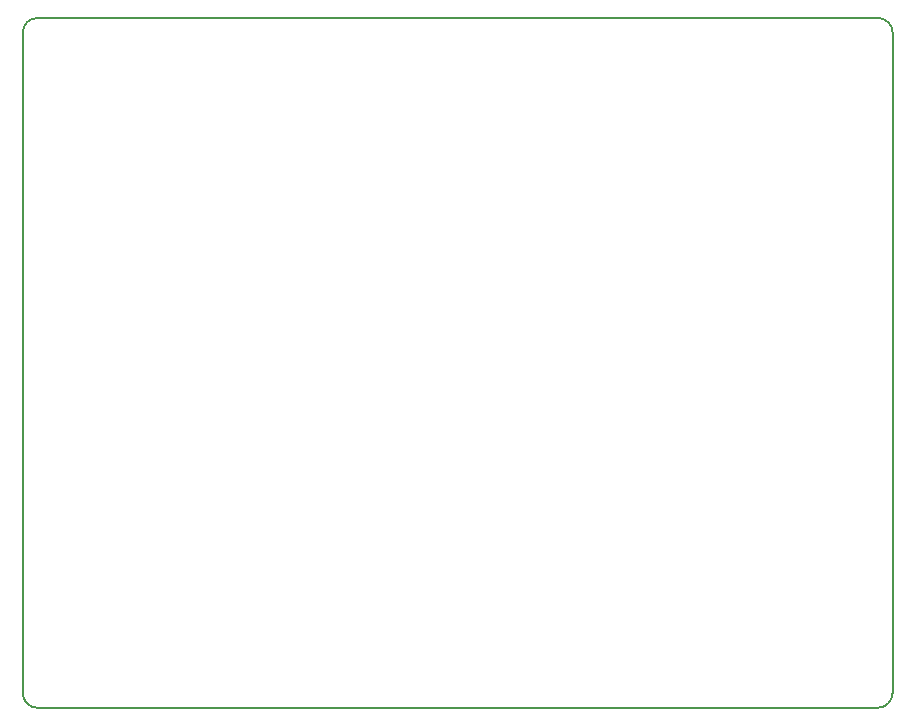
<source format=gko>
G04 DipTrace Beta 3.0.9.0*
G04 TeensyArbotixProRPIT3.6V0.3.gko*
%MOIN*%
G04 #@! TF.FileFunction,Profile*
G04 #@! TF.Part,Single*
%ADD11C,0.005512*%
%FSLAX26Y26*%
G04*
G70*
G90*
G75*
G01*
G04 BoardOutline*
%LPD*%
X444016Y394016D2*
D11*
X3244016D1*
G03X3294016Y444016I1J49999D01*
G01*
Y2644016D1*
G03X3244016Y2694016I-49999J1D01*
G01*
X444016D1*
G03X394016Y2644016I-1J-49999D01*
G01*
Y444016D1*
G03X444016Y394016I49999J-1D01*
G01*
M02*

</source>
